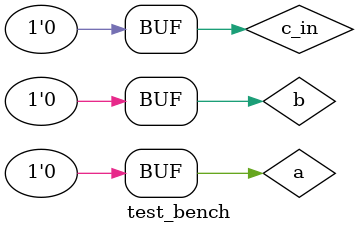
<source format=v>
module test_bench;
  reg a;
  reg b;
  reg c_in;
  wire sum;
  wire c_out;

  full_adder fa (a, b, c_in, sum, c_out);

  initial begin
    a = 1'b0;
    b = 1'b0;
    c_in = 1'b0;

    $monitor("a: %d, b: %d, c in: %d, sum: %d, c out: %d",
    a, b, c_in,
    sum, c_out);
  end
endmodule
</source>
